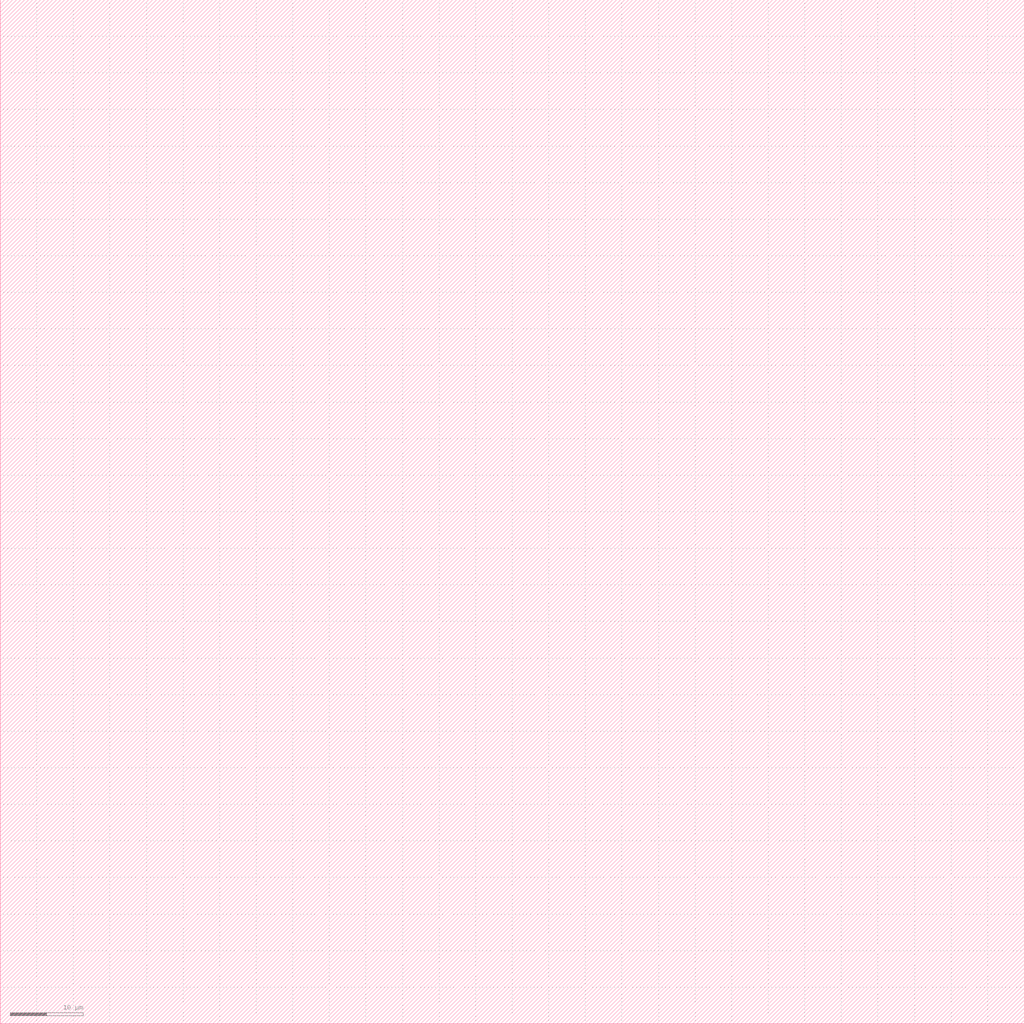
<source format=lef>
VERSION 5.8 ;

#USEMINSPACING OBS OFF ;
#BUSBITCHARS "[]" ;

# UNITS
# YBASE MICRON 1000 ;
# END UNITS

SITE IOSITE
  SYMMETRY Y ;
  CLASS PAD ;
  SIZE    1.000 BY 140.000 ;
END IOSITE

MACRO DUMMY_BUMP
  CLASS PAD AREAIO ;
  ORIGIN 0 0 ;
  SIZE 45 BY 45 ;
  SYMMETRY X Y R90 ;
  PIN PAD
    DIRECTION INOUT ;
    PORT
      LAYER metal10 ;
        RECT 0.0 0.0 45.0 45.0 ;
    END
  END PAD
END DUMMY_BUMP

MACRO PADCELL_SIG_V
  CLASS BLOCK ;
  ORIGIN 0 0 ;
  FOREIGN PADCELL_SIG_V 0 0 ;
  SIZE 25.0 BY 140 ;
  SYMMETRY X Y R90 ;
  SITE IOSITE ;
  PIN PAD 
    USE SIGNAL ;
    DIRECTION INOUT ;
    PORT
      CLASS BUMP ;
      LAYER metal10 ;
        RECT 15.0 53.0 20.0 58.0 ;
    END
  END PAD
  PIN A
    USE SIGNAL ;
    DIRECTION INPUT ;
    PORT
      CLASS CORE ;
      LAYER metal4 ;
        RECT 13.170 139.900 13.330 140.000 ;
      LAYER metal5 ; 
        RECT 13.170 139.900 13.330 140.000 ;
      LAYER metal6 ; 
        RECT 13.170 139.900 13.330 140.000 ;
      LAYER metal7 ; 
        RECT 13.170 139.900 13.330 140.000 ;
      LAYER metal8 ;
        RECT 13.170 139.900 13.330 140.000 ;
    END
  END A
  PIN Y
    USE SIGNAL ;
    DIRECTION OUTPUT ;
    PORT
      CLASS CORE ;
      LAYER metal4 ;
        RECT 23.936 139.900 24.096 140.000 ;
      LAYER metal5 ;
        RECT 23.936 139.900 24.096 140.000 ;
      LAYER metal6 ;
        RECT 23.936 139.900 24.096 140.000 ;
      LAYER metal7 ;
        RECT 23.936 139.900 24.096 140.000 ;
      LAYER metal8 ;
        RECT 23.936 139.900 24.096 140.000 ;
    END
  END Y
  PIN PU
    USE SIGNAL ;
    DIRECTION OUTPUT ;
    PORT
      CLASS CORE ;
      LAYER metal4 ;
        RECT 15.170 139.900 15.330 140.000 ;
      LAYER metal5 ;
        RECT 15.170 139.900 15.330 140.000 ;
      LAYER metal6 ;
        RECT 15.170 139.900 15.330 140.000 ;
      LAYER metal7 ;
        RECT 15.170 139.900 15.330 140.000 ;
      LAYER metal8 ;
        RECT 15.170 139.900 15.330 140.000 ;
    END
  END PU
  PIN OE
    USE SIGNAL ;
    DIRECTION OUTPUT ;
    PORT
      CLASS CORE ;
      LAYER metal4 ;
        RECT 15.170 139.900 15.330 140.000 ;
      LAYER metal5 ;
        RECT 15.170 139.900 15.330 140.000 ;
      LAYER metal6 ;
        RECT 15.170 139.900 15.330 140.000 ;
      LAYER metal7 ;
        RECT 15.170 139.900 15.330 140.000 ;
      LAYER metal8 ;
        RECT 15.170 139.900 15.330 140.000 ;
    END
  END OE
  PIN DVSS
    DIRECTION INOUT ;
    USE GROUND ;
    SHAPE ABUTMENT ;
    PORT
      CLASS CORE ;
      LAYER metal9 ;
        RECT 0.0 2.0 25.0 4.0 ;
    END
  END DVSS
  PIN VDD
    USE POWER ;
    PORT
      CLASS CORE ;
      LAYER metal9 ;
        RECT 0.0 14.0 25.0 16.0 ;
    END
  END VDD
  PIN VSS
    USE GROUND ;
    PORT
      CLASS CORE ;
      LAYER metal9 ;
        RECT 0.0 10.0 25.0 12.0 ;
    END
  END VSS
  PIN DVDD
    USE POWER ;
    PORT
      CLASS CORE ;
      LAYER metal9 ;
        RECT 0.0 6.0 25.0 8.0 ;
    END
  END DVDD
END PADCELL_SIG_V

MACRO PADCELL_SIG_H
  CLASS BLOCK ;
  ORIGIN 0 0 ;
  SIZE 25.0 BY 140 ;
  SYMMETRY X Y R90 ;
  PIN PAD 
    DIRECTION INOUT ;
    PORT
      LAYER metal10 ;
        RECT 15.0 53.0 20.0 58.0 ;
    END
  END PAD
  PIN A
    USE SIGNAL ;
    DIRECTION INPUT ;
    PORT
      CLASS CORE ;
      LAYER metal4 ;
        RECT 13.170 139.900 13.330 140.000 ;
      LAYER metal5 ; 
        RECT 13.170 139.900 13.330 140.000 ;
      LAYER metal6 ; 
        RECT 13.170 139.900 13.330 140.000 ;
      LAYER metal7 ; 
        RECT 13.170 139.900 13.330 140.000 ;
      LAYER metal8 ;
        RECT 13.170 139.900 13.330 140.000 ;
    END
  END A
  PIN Y
    USE SIGNAL ;
    DIRECTION OUTPUT ;
    PORT
      CLASS CORE ;
      LAYER metal4 ;
        RECT 23.936 139.900 24.096 140.000 ;
      LAYER metal5 ; 
        RECT 23.936 139.900 24.096 140.000 ;
      LAYER metal6 ; 
        RECT 23.936 139.900 24.096 140.000 ;
      LAYER metal7 ; 
        RECT 23.936 139.900 24.096 140.000 ;
      LAYER metal8 ; 
        RECT 23.936 139.900 24.096 140.000 ;
    END
  END Y
  PIN PU
    USE SIGNAL ;
    DIRECTION OUTPUT ;
    PORT
      CLASS CORE ;
      LAYER metal4 ;
        RECT 15.170 139.900 15.330 140.000 ;
      LAYER metal5 ;
        RECT 15.170 139.900 15.330 140.000 ;
      LAYER metal6 ;
        RECT 15.170 139.900 15.330 140.000 ;
      LAYER metal7 ;
        RECT 15.170 139.900 15.330 140.000 ;
      LAYER metal8 ;
        RECT 15.170 139.900 15.330 140.000 ;
    END
  END PU
  PIN OE
    USE SIGNAL ;
    DIRECTION OUTPUT ;
    PORT
      CLASS CORE ;
      LAYER metal4 ;
        RECT 15.170 139.900 15.330 140.000 ;
      LAYER metal5 ;
        RECT 15.170 139.900 15.330 140.000 ;
      LAYER metal6 ;
        RECT 15.170 139.900 15.330 140.000 ;
      LAYER metal7 ;
        RECT 15.170 139.900 15.330 140.000 ;
      LAYER metal8 ;
        RECT 15.170 139.900 15.330 140.000 ;
    END
  END OE
  PIN DVSS
    DIRECTION INOUT ;
    USE GROUND ;
    SHAPE ABUTMENT ;
    PORT
      CLASS CORE ;
      LAYER metal9 ;
        RECT 0.0 2.0 25.0 4.0 ;
    END
  END DVSS
  PIN VDD
    USE POWER ;
    PORT
      CLASS CORE ;
      LAYER metal9 ;
        RECT 0.0 14.0 25.0 16.0 ;
    END
  END VDD
  PIN VSS
    USE GROUND ;
    PORT
      CLASS CORE ;
      LAYER metal9 ;
        RECT 0.0 10.0 25.0 12.0 ;
    END
  END VSS
  PIN DVDD
    USE POWER ;
    PORT
      CLASS CORE ;
      LAYER metal9 ;
        RECT 0.0 6.0 25.0 8.0 ;
    END
  END DVDD
END PADCELL_SIG_H

MACRO PADCELL_VDD_V
  CLASS PAD AREAIO ;
  ORIGIN 0 0 ;
  SIZE 25.0 BY 140 ;
  SYMMETRY X Y R90 ;
  PIN DVSS
    DIRECTION INOUT ;
    USE GROUND ;
    SHAPE ABUTMENT ;
    PORT
      CLASS CORE ;
      LAYER metal9 ;
        RECT 0.0 2.0 25.0 4.0 ;
    END
  END DVSS
  PIN VDD
    USE POWER ;
    PORT
      CLASS BUMP ;
      LAYER metal10 ;
        RECT 15.0 53.0 20.0 58.0 ;
    END
    PORT
      CLASS CORE ;
      LAYER metal9 ;
        RECT 0.0 14.0 25.0 16.0 ;
    END
  END VDD
  PIN VSS
    USE GROUND ;
    PORT
      CLASS CORE ;
      LAYER metal9 ;
        RECT 0.0 10.0 25.0 12.0 ;
    END
  END VSS
  PIN DVDD
    USE POWER ;
    PORT
      CLASS CORE ;
      LAYER metal9 ;
        RECT 0.0 6.0 25.0 8.0 ;
    END
  END DVDD
END PADCELL_VDD_V

MACRO PADCELL_VDD_H
  CLASS PAD AREAIO ;
  ORIGIN 0 0 ;
  SIZE 25.0 BY 140 ;
  SYMMETRY X Y R90 ;
  PIN DVSS
    DIRECTION INOUT ;
    USE GROUND ;
    SHAPE ABUTMENT ;
    PORT
      CLASS CORE ;
      LAYER metal9 ;
        RECT 0.0 2.0 25.0 4.0 ;
    END
  END DVSS
  PIN VDD
    USE POWER ;
    PORT
      CLASS BUMP ;
      LAYER metal10 ;
        RECT 15.0 53.0 20.0 58.0 ;
    END
    PORT
      CLASS CORE ;
      LAYER metal9 ;
        RECT 0.0 14.0 25.0 16.0 ;
    END
  END VDD
  PIN VSS
    USE GROUND ;
    PORT
      CLASS CORE ;
      LAYER metal9 ;
        RECT 0.0 10.0 25.0 12.0 ;
    END
  END VSS
  PIN DVDD
    USE POWER ;
    PORT
      CLASS CORE ;
      LAYER metal9 ;
        RECT 0.0 6.0 25.0 8.0 ;
    END
  END DVDD
END PADCELL_VDD_H

MACRO PADCELL_VSS_H
  CLASS PAD AREAIO ;
  ORIGIN 0 0 ;
  SIZE 25.0 BY 140 ;
  SYMMETRY X Y R90 ;
  PIN DVSS
    DIRECTION INOUT ;
    USE GROUND ;
    SHAPE ABUTMENT ;
    PORT
      CLASS CORE ;
      LAYER metal9 ;
        RECT 0.0 2.0 25.0 4.0 ;
    END
  END DVSS
  PIN VDD
    USE POWER ;
    PORT
      CLASS CORE ;
      LAYER metal9 ;
        RECT 0.0 14.0 25.0 16.0 ;
    END
  END VDD
  PIN VSS
    USE GROUND ;
    PORT
      CLASS BUMP ;
      LAYER metal10 ;
        RECT 15.0 53.0 20.0 58.0 ;
    END
    PORT
      CLASS CORE ;
      LAYER metal9 ;
        RECT 0.0 10.0 25.0 12.0 ;
    END
  END VSS
  PIN DVDD
    USE POWER ;
    PORT
      CLASS CORE ;
      LAYER metal9 ;
        RECT 0.0 6.0 25.0 8.0 ;
    END
  END DVDD
END PADCELL_VSS_H

MACRO PADCELL_VSS_V
  CLASS PAD AREAIO ;
  ORIGIN 0 0 ;
  SIZE 25.0 BY 140 ;
  SYMMETRY X Y R90 ;
  PIN DVSS
    DIRECTION INOUT ;
    USE GROUND ;
    SHAPE ABUTMENT ;
    PORT
      CLASS CORE ;
      LAYER metal9 ;
        RECT 0.0 2.0 25.0 4.0 ;
    END
  END DVSS
  PIN VDD
    USE POWER ;
    PORT
      CLASS CORE ;
      LAYER metal9 ;
        RECT 0.0 14.0 25.0 16.0 ;
    END
  END VDD
  PIN VSS
    USE GROUND ;
    PORT
      CLASS BUMP ;
      LAYER metal10 ;
        RECT 15.0 53.0 20.0 58.0 ;
    END
    PORT
      CLASS CORE ;
      LAYER metal9 ;
        RECT 0.0 10.0 25.0 12.0 ;
    END
  END VSS
  PIN DVDD
    USE POWER ;
    PORT
      CLASS CORE ;
      LAYER metal9 ;
        RECT 0.0 6.0 25.0 8.0 ;
    END
  END DVDD
END PADCELL_VSS_V

MACRO PADCELL_VDDIO_H
  CLASS PAD AREAIO ;
  ORIGIN 0 0 ;
  SIZE 25.0 BY 140 ;
  SYMMETRY X Y R90 ;
  PIN DVSS
    DIRECTION INOUT ;
    USE GROUND ;
    SHAPE ABUTMENT ;
    PORT
      CLASS CORE ;
      LAYER metal9 ;
        RECT 0.0 2.0 25.0 4.0 ;
    END
  END DVSS
  PIN VDD
    USE POWER ;
    PORT
      CLASS CORE ;
      LAYER metal9 ;
        RECT 0.0 14.0 25.0 16.0 ;
    END
  END VDD
  PIN VSS
    USE GROUND ;
    PORT
      CLASS CORE ;
      LAYER metal9 ;
        RECT 0.0 10.0 25.0 12.0 ;
    END
  END VSS
  PIN DVDD
    USE POWER ;
    PORT
      CLASS BUMP ;
      LAYER metal10 ;
        RECT 15.0 53.0 20.0 58.0 ;
    END
    PORT
      CLASS CORE ;
      LAYER metal9 ;
        RECT 0.0 6.0 25.0 8.0 ;
    END
  END DVDD
END PADCELL_VDDIO_H

MACRO PADCELL_VDDIO_V
  CLASS PAD AREAIO ;
  ORIGIN 0 0 ;
  SIZE 25.0 BY 140 ;
  SYMMETRY X Y R90 ;
  PIN DVSS
    DIRECTION INOUT ;
    USE GROUND ;
    SHAPE ABUTMENT ;
    PORT
      CLASS CORE ;
      LAYER metal9 ;
        RECT 0.0 2.0 25.0 4.0 ;
    END
  END DVSS
  PIN VDD
    USE POWER ;
    PORT
      CLASS CORE ;
      LAYER metal9 ;
        RECT 0.0 14.0 25.0 16.0 ;
    END
  END VDD
  PIN VSS
    USE GROUND ;
    PORT
      CLASS CORE ;
      LAYER metal9 ;
        RECT 0.0 10.0 25.0 12.0 ;
    END
  END VSS
  PIN DVDD
    USE POWER ;
    PORT
      CLASS BUMP ;
      LAYER metal10 ;
        RECT 15.0 53.0 20.0 58.0 ;
    END
    PORT
      CLASS CORE ;
      LAYER metal9 ;
        RECT 0.0 6.0 25.0 8.0 ;
    END
  END DVDD
END PADCELL_VDDIO_V

MACRO PADCELL_VSSIO_H
  CLASS PAD AREAIO ;
  ORIGIN 0 0 ;
  SIZE 25.0 BY 140 ;
  SYMMETRY X Y R90 ;
  PIN DVSS
    DIRECTION INOUT ;
    USE GROUND ;
    SHAPE ABUTMENT ;
    PORT
      CLASS BUMP ;
      LAYER metal10 ;
        RECT 15.0 53.0 20.0 58.0 ;
    END
    PORT
      CLASS CORE ;
      LAYER metal9 ;
        RECT 0.0 2.0 25.0 4.0 ;
    END
  END DVSS
  PIN VDD
    USE POWER ;
    PORT
      CLASS CORE ;
      LAYER metal9 ;
        RECT 0.0 14.0 25.0 16.0 ;
    END
  END VDD
  PIN VSS
    USE GROUND ;
    PORT
      CLASS CORE ;
      LAYER metal9 ;
        RECT 0.0 10.0 25.0 12.0 ;
    END
  END VSS
  PIN DVDD
    USE POWER ;
    PORT
      CLASS CORE ;
      LAYER metal9 ;
        RECT 0.0 6.0 25.0 8.0 ;
    END
  END DVDD
END PADCELL_VSSIO_H

MACRO PADCELL_VSSIO_V
  CLASS PAD AREAIO ;
  ORIGIN 0 0 ;
  SIZE 25.0 BY 140 ;
  SYMMETRY X Y R90 ;
  PIN DVSS
    DIRECTION INOUT ;
    USE GROUND ;
    SHAPE ABUTMENT ;
    PORT
      CLASS BUMP ;
      LAYER metal10 ;
        RECT 15.0 53.0 20.0 58.0 ;
    END
    PORT
      CLASS CORE ;
      LAYER metal9 ;
        RECT 0.0 2.0 25.0 4.0 ;
    END
  END DVSS
  PIN VDD
    USE POWER ;
    PORT
      CLASS CORE ;
      LAYER metal9 ;
        RECT 0.0 14.0 25.0 16.0 ;
    END
  END VDD
  PIN VSS
    USE GROUND ;
    PORT
      CLASS CORE ;
      LAYER metal9 ;
        RECT 0.0 10.0 25.0 12.0 ;
    END
  END VSS
  PIN DVDD
    USE POWER ;
    PORT
      CLASS CORE ;
      LAYER metal9 ;
        RECT 0.0 6.0 25.0 8.0 ;
    END
  END DVDD
END PADCELL_VSSIO_V

MACRO PAD_CORNER
  CLASS ENDCAP BOTTOMLEFT ;
  ORIGIN 0 0 ;
  SIZE 140 BY 140 ;
  SYMMETRY X Y R90 ;
END PAD_CORNER

MACRO PAD_FILL1_V
  CLASS PAD SPACER ;
  ORIGIN 0 0 ;
  SIZE 1 BY 140 ;
  SYMMETRY X Y R90 ;
  PIN DVSS
    USE GROUND ;
    PORT
      CLASS CORE ;
      LAYER metal9 ;
        RECT 0.0 2.0 1.0 4.0 ;
    END
  END DVSS
  PIN VDD
    USE POWER ;
    PORT
      CLASS CORE ;
      LAYER metal9 ;
        RECT 0.0 14.0 1.0 16.0 ;
    END
  END VDD
  PIN VSS
    USE GROUND ;
    PORT
      CLASS CORE ;
      LAYER metal9 ;
        RECT 0.0 10.0 1.0 12.0 ;
    END
  END VSS
  PIN DVDD
    USE POWER ;
    PORT
      CLASS CORE ;
      LAYER metal9 ;
        RECT 0.0 6.0 1.0 8.0 ;
    END
  END DVDD
END PAD_FILL1_V

MACRO PAD_FILL5_V
  CLASS PAD SPACER ;
  ORIGIN 0 0 ;
  SIZE 5 BY 140 ;
  SYMMETRY X Y R90 ;
  PIN DVSS
    USE GROUND ;
    PORT
      CLASS CORE ;
      LAYER metal9 ;
        RECT 0.0 2.0 5.0 4.0 ;
    END
  END DVSS
  PIN VDD
    USE POWER ;
    PORT
      CLASS CORE ;
      LAYER metal9 ;
        RECT 0.0 14.0 5.0 16.0 ;
    END
  END VDD
  PIN VSS
    USE GROUND ;
    PORT
      CLASS CORE ;
      LAYER metal9 ;
        RECT 0.0 10.0 5.0 12.0 ;
    END
  END VSS
  PIN DVDD
    USE POWER ;
    PORT
      CLASS CORE ;
      LAYER metal9 ;
        RECT 0.0 6.0 5.0 8.0 ;
    END
  END DVDD
END PAD_FILL5_V

MACRO PAD_FILL1_H
  CLASS PAD SPACER ;
  ORIGIN 0 0 ;
  SIZE 140 BY 1 ;
  SYMMETRY X Y R90 ;
  PIN DVSS
    USE GROUND ;
    PORT
      CLASS CORE ;
      LAYER metal9 ;
        RECT 2.0 0.0 4.0 1.0 ;
    END
  END DVSS
  PIN VDD
    USE POWER ;
    PORT
      CLASS CORE ;
      LAYER metal9 ;
        RECT 14.0 0.0 16.0 1.0 ;
    END
  END VDD
  PIN VSS
    USE GROUND ;
    PORT
      CLASS CORE ;
      LAYER metal9 ;
        RECT 10.0 0.0 12.0 1.0 ;
    END
  END VSS
  PIN DVDD
    USE POWER ;
    PORT
      CLASS CORE ;
      LAYER metal9 ;
        RECT 6.0 0.0 8.0 1.0 ;
    END
  END DVDD
END PAD_FILL1_H

MACRO PAD_FILL5_H
  CLASS PAD SPACER ;
  ORIGIN 0 0 ;
  SIZE 140 BY 5 ;
  SYMMETRY X Y R90 ;
  PIN DVSS
    USE GROUND ;
    PORT
      CLASS CORE ;
      LAYER metal9 ;
        RECT 2.0 0.0 4.0 5.0 ;
    END
  END DVSS
  PIN VDD
    USE POWER ;
    PORT
      CLASS CORE ;
      LAYER metal9 ;
        RECT 14.0 0.0 16.0 5.0 ;
    END
  END VDD
  PIN VSS
    USE GROUND ;
    PORT
      CLASS CORE ;
      LAYER metal9 ;
        RECT 10.0 0.0 12.0 5.0 ;
    END
  END VSS
  PIN DVDD
    USE POWER ;
    PORT
      CLASS CORE ;
      LAYER metal9 ;
        RECT 6.0 0.0 8.0 5.0 ;
    END
  END DVDD
END PAD_FILL5_H

MACRO PADCELL_PWRDET_V
  CLASS PAD SPACER ;
  ORIGIN 0 0 ;
  SIZE 5 BY 140 ;
  SYMMETRY X Y R90 ;
  PIN DVSS
    USE GROUND ;
    PORT
      CLASS CORE ;
      LAYER metal9 ;
        RECT 0.0 2.0 5.0 4.0 ;
    END
  END DVSS
  PIN VDD
    USE POWER ;
    PORT
      CLASS CORE ;
      LAYER metal9 ;
        RECT 0.0 14.0 5.0 16.0 ;
    END
  END VDD
  PIN VSS
    USE GROUND ;
    PORT
      CLASS CORE ;
      LAYER metal9 ;
        RECT 0.0 10.0 5.0 12.0 ;
    END
  END VSS
  PIN DVDD
    USE POWER ;
    PORT
      CLASS CORE ;
      LAYER metal9 ;
        RECT 0.0 6.0 5.0 8.0 ;
    END
  END DVDD
END PADCELL_PWRDET_V

MACRO PADCELL_PWRDET_H
  CLASS PAD SPACER ;
  ORIGIN 0 0 ;
  SIZE 5 BY 140 ;
  SYMMETRY X Y R90 ;
  PIN DVSS
    USE GROUND ;
    PORT
      CLASS CORE ;
      LAYER metal9 ;
        RECT 0.0 2.0 5.0 4.0 ;
    END
  END DVSS
  PIN VDD
    USE POWER ;
    PORT
      CLASS CORE ;
      LAYER metal9 ;
        RECT 0.0 14.0 5.0 16.0 ;
    END
  END VDD
  PIN VSS
    USE GROUND ;
    PORT
      CLASS CORE ;
      LAYER metal9 ;
        RECT 0.0 10.0 5.0 12.0 ;
    END
  END VSS
  PIN DVDD
    USE POWER ;
    PORT
      CLASS CORE ;
      LAYER metal9 ;
        RECT 0.0 6.0 5.0 8.0 ;
    END
  END DVDD
END PADCELL_PWRDET_H

MACRO PADCELL_CBRK_V
  CLASS PAD SPACER ;
  ORIGIN 0 0 ;
  SIZE 5 BY 140 ;
  SYMMETRY X Y R90 ;
  PIN DVSS
    USE GROUND ;
    PORT
      CLASS CORE ;
      LAYER metal9 ;
        RECT 0.0 2.0 5.0 4.0 ;
    END
  END DVSS
  PIN VDD
    USE POWER ;
    PORT
      CLASS CORE ;
      LAYER metal9 ;
        RECT 0.0 14.0 5.0 16.0 ;
    END
  END VDD
  PIN VSS
    USE GROUND ;
    PORT
      CLASS CORE ;
      LAYER metal9 ;
        RECT 0.0 10.0 5.0 12.0 ;
    END
  END VSS
  PIN DVDD
    USE POWER ;
    PORT
      CLASS CORE ;
      LAYER metal9 ;
        RECT 0.0 6.0 5.0 8.0 ;
    END
  END DVDD
END PADCELL_CBRK_V

MACRO PADCELL_CBRK_H
  CLASS PAD SPACER ;
  ORIGIN 0 0 ;
  SIZE 5 BY 140 ;
  SYMMETRY X Y R90 ;
  PIN DVSS
    USE GROUND ;
    PORT
      CLASS CORE ;
      LAYER metal9 ;
        RECT 0.0 2.0 5.0 4.0 ;
    END
  END DVSS
  PIN VDD
    USE POWER ;
    PORT
      CLASS CORE ;
      LAYER metal9 ;
        RECT 0.0 14.0 5.0 16.0 ;
    END
  END VDD
  PIN VSS
    USE GROUND ;
    PORT
      CLASS CORE ;
      LAYER metal9 ;
        RECT 0.0 10.0 5.0 12.0 ;
    END
  END VSS
  PIN DVDD
    USE POWER ;
    PORT
      CLASS CORE ;
      LAYER metal9 ;
        RECT 0.0 6.0 5.0 8.0 ;
    END
  END DVDD
END PADCELL_CBRK_H

MACRO PADCELL_FBRK_V
  CLASS PAD SPACER ;
  ORIGIN 0 0 ;
  SIZE 5 BY 140 ;
  SYMMETRY X Y R90 ;
  PIN DVSS
    USE GROUND ;
    PORT
      CLASS CORE ;
      LAYER metal9 ;
        RECT 0.0 2.0 5.0 4.0 ;
    END
  END DVSS
  PIN VDD
    USE POWER ;
    PORT
      CLASS CORE ;
      LAYER metal9 ;
        RECT 0.0 14.0 5.0 16.0 ;
    END
  END VDD
  PIN VSS
    USE GROUND ;
    PORT
      CLASS CORE ;
      LAYER metal9 ;
        RECT 0.0 10.0 5.0 12.0 ;
    END
  END VSS
  PIN DVDD
    USE POWER ;
    PORT
      CLASS CORE ;
      LAYER metal9 ;
        RECT 0.0 6.0 5.0 8.0 ;
    END
  END DVDD
END PADCELL_FBRK_V

MACRO PADCELL_FBRK_H
  CLASS PAD SPACER ;
  ORIGIN 0 0 ;
  SIZE 5 BY 140 ;
  SYMMETRY X Y R90 ;
  PIN DVSS
    USE GROUND ;
    PORT
      CLASS CORE ;
      LAYER metal9 ;
        RECT 2.0 0.0 4.0 5.0 ;
    END
  END DVSS
  PIN VDD
    USE POWER ;
    PORT
      CLASS CORE ;
      LAYER metal9 ;
        RECT 14.0 0.0 16.0 5.0 ;
    END
  END VDD
  PIN VSS
    USE GROUND ;
    PORT
      CLASS CORE ;
      LAYER metal9 ;
        RECT 10.0 0.0 12.0 5.0 ;
    END
  END VSS
  PIN DVDD
    USE POWER ;
    PORT
      CLASS CORE ;
      LAYER metal9 ;
        RECT 6.0 0.0 8.0 5.0 ;
    END
  END DVDD
END PADCELL_FBRK_H

END LIBRARY

</source>
